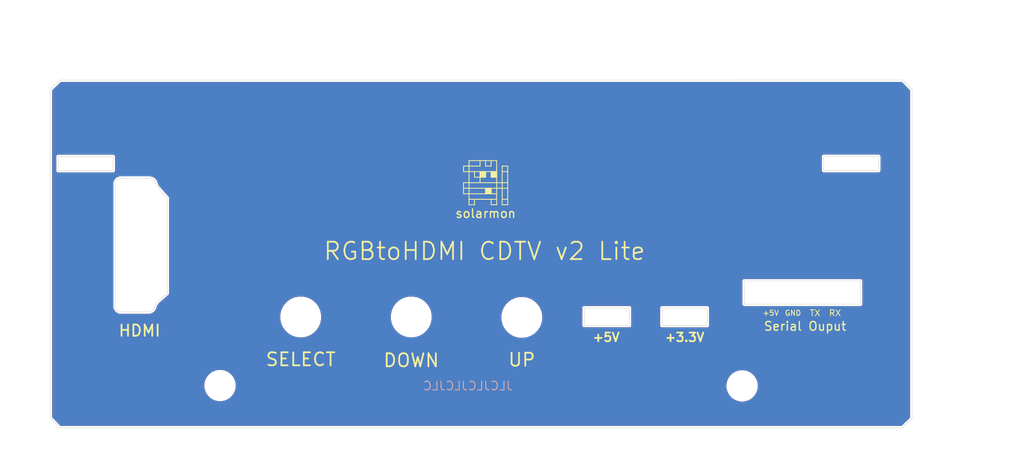
<source format=kicad_pcb>
(kicad_pcb (version 20211014) (generator pcbnew)
  (title_block (title "RGBtoHDMI CDTV Video Slot v2 - Face Plate") (date "2021-12-13") (rev "1"))
  (layers (0 "F.Cu" signal) (31 "B.Cu" signal) (34 "B.Paste" user) (35 "F.Paste" user) (36 "B.SilkS" user "B.Silkscreen") (37 "F.SilkS" user "F.Silkscreen") (38 "B.Mask" user) (39 "F.Mask" user) (44 "Edge.Cuts" user))
  (net 0 "")
  (footprint "MountingHole:MountingHole_3.2mm_M3" (layer "F.Cu") (at 149.479 95.1738)
    (fp_text reference "REF**" hide)
    (fp_text value "MountingHole_3.2mm_M3")
    (pad "" np_thru_hole circle locked (at 0 0) (size 3.2 3.2) (drill 3.2) (layers *.Cu *.Mask))
  )
  (footprint "MountingHole:MountingHole_3.2mm_M3" (layer "F.Cu") (at 89.5096 95.1357)
    (fp_text reference "REF**" hide)
    (fp_text value "MountingHole_3.2mm_M3")
    (pad "" np_thru_hole circle locked (at 0 0) (size 3.2 3.2) (drill 3.2) (layers *.Cu *.Mask))
  )
  (footprint "MountingHole:MountingHole_4.3mm_M4" (layer "F.Cu") (at 98.774 87.249)
    (fp_text reference "SELECT" (at 0 4.8768) (layer "F.SilkS") (effects (font (size 1.5 1.5) (thickness 0.2))))
    (fp_text value "MountingHole_4.3mm_M4")
    (pad "" np_thru_hole circle locked (at 0 0) (size 4.3 4.3) (drill 4.3) (layers *.Cu *.Mask))
  )
  (footprint "MountingHole:MountingHole_4.3mm_M4" (layer "F.Cu") (at 111.474 87.2998)
    (fp_text reference "DOWN" (at 0 4.9403) (layer "F.SilkS") (effects (font (size 1.5 1.5) (thickness 0.2))))
    (fp_text value "MountingHole_4.3mm_M4")
    (pad "" np_thru_hole circle locked (at 0 -0.0508) (size 4.3 4.3) (drill 4.3) (layers *.Cu *.Mask))
  )
  (footprint "MountingHole:MountingHole_4.3mm_M4" (layer "F.Cu") (at 124.174 87.2998)
    (fp_text reference "UP" (at 0 4.8768) (layer "F.SilkS") (effects (font (size 1.5 1.5) (thickness 0.2))))
    (fp_text value "MountingHole_4.3mm_M4")
    (pad "" np_thru_hole circle locked (at 0 0) (size 4.3 4.3) (drill 4.3) (layers *.Cu *.Mask))
  )
  (footprint "solarmon_library:solarmon-logo-25mils" (layer "F.Cu") (at 120.015 72.4408)
    (fp_text reference "solarmon" (at 0 2.9083) (layer "F.SilkS"))
    (fp_text value "solarmon-logo-25mils")
    (fp_poly (pts (xy 2.54 -1.905) (xy 1.905 -1.905) (xy 1.905 -2.54) (xy 2.54 -2.54)) (layer "F.Cu") (width 0.1) (fill solid))
    (fp_poly (pts (xy 0.635 -1.905) (xy 0 -1.905) (xy 0 -2.54) (xy 0.635 -2.54)) (layer "F.Cu") (width 0.1) (fill solid))
    (fp_poly (pts (xy 1.27 -1.905) (xy 0.635 -1.905) (xy 0.635 -2.54) (xy 1.27 -2.54)) (layer "F.Cu") (width 0.1) (fill solid))
    (fp_poly (pts (xy 0 -2.54) (xy -0.635 -2.54) (xy -0.635 -3.175) (xy 0 -3.175)) (layer "F.Cu") (width 0.1) (fill solid))
    (fp_poly (pts (xy -1.27 0.635) (xy -1.905 0.635) (xy -1.905 0) (xy -1.27 0)) (layer "F.Cu") (width 0.1) (fill solid))
    (fp_poly (pts (xy -1.27 -1.905) (xy -1.905 -1.905) (xy -1.905 -2.54) (xy -1.27 -2.54)) (layer "F.Cu") (width 0.1) (fill solid))
    (fp_poly (pts (xy 1.27 1.905) (xy 0.635 1.905) (xy 0.635 1.27) (xy 1.27 1.27)) (layer "F.Cu") (width 0.1) (fill solid))
    (fp_poly (pts (xy -0.635 -1.905) (xy -1.27 -1.905) (xy -1.27 -2.54) (xy -0.635 -2.54)) (layer "F.Cu") (width 0.1) (fill solid))
    (fp_poly (pts (xy 1.27 0.635) (xy 0.635 0.635) (xy 0.635 0) (xy 1.27 0)) (layer "F.Cu") (width 0.1) (fill solid))
    (fp_poly (pts (xy 2.54 1.905) (xy 1.905 1.905) (xy 1.905 1.27) (xy 2.54 1.27)) (layer "F.Cu") (width 0.1) (fill solid))
    (fp_poly (pts (xy -1.27 1.905) (xy -1.905 1.905) (xy -1.905 1.27) (xy -1.27 1.27)) (layer "F.Cu") (width 0.1) (fill solid))
    (fp_poly (pts (xy 1.27 -2.54) (xy 0.635 -2.54) (xy 0.635 -3.175) (xy 1.27 -3.175)) (layer "F.Cu") (width 0.1) (fill solid))
    (fp_poly (pts (xy 0 0.635) (xy -0.635 0.635) (xy -0.635 0) (xy 0 0)) (layer "F.Cu") (width 0.1) (fill solid))
    (fp_poly (pts (xy 0 -1.905) (xy -0.635 -1.905) (xy -0.635 -2.54) (xy 0 -2.54)) (layer "F.Cu") (width 0.1) (fill solid))
    (fp_poly (pts (xy -0.635 0.635) (xy -1.27 0.635) (xy -1.27 0) (xy -0.635 0)) (layer "F.Cu") (width 0.1) (fill solid))
    (fp_line (start 0.635 -3.175) (end 0.635 -2.54) (layer "F.SilkS") (width 0.1))
    (fp_line (start -1.27 1.27) (end -1.27 1.905) (layer "F.SilkS") (width 0.1))
    (fp_line (start -1.27 -1.905) (end -1.27 -1.27) (layer "F.SilkS") (width 0.1))
    (fp_line (start 0 -1.905) (end 0 -1.27) (layer "F.SilkS") (width 0.1))
    (fp_line (start 1.905 -1.905) (end 2.54 -1.905) (layer "F.SilkS") (width 0.1))
    (fp_line (start 1.27 -1.905) (end -2.54 -1.905) (layer "F.SilkS") (width 0.1))
    (fp_line (start 1.905 -2.54) (end 1.905 1.905) (layer "F.SilkS") (width 0.1))
    (fp_line (start 2.54 -2.54) (end 2.54 1.905) (layer "F.SilkS") (width 0.1))
    (fp_line (start -0.635 -1.905) (end -0.635 -0.635) (layer "F.SilkS") (width 0.1))
    (fp_line (start 0 -3.175) (end 0 -2.54) (layer "F.SilkS") (width 0.1))
    (fp_line (start 0.635 -1.905) (end 0.635 -1.27) (layer "F.SilkS") (width 0.1))
    (fp_line (start 0.635 -1.27) (end 1.27 -1.27) (layer "F.SilkS") (width 0.1))
    (fp_line (start -1.905 -3.175) (end 1.27 -3.175) (layer "F.SilkS") (width 0.1))
    (fp_line (start -1.905 -3.175) (end -1.905 1.905) (layer "F.SilkS") (width 0.1))
    (fp_line (start -2.54 0) (end 2.54 0) (layer "F.SilkS") (width 0.1))
    (fp_line (start 1.905 1.27) (end 2.54 1.27) (layer "F.SilkS") (width 0.1))
    (fp_line (start -2.54 -2.54) (end -0.635 -2.54) (layer "F.SilkS") (width 0.1))
    (fp_line (start 0.635 0) (end 0.635 0.635) (layer "F.SilkS") (width 0.1))
    (fp_line (start 1.27 -3.175) (end 1.27 1.905) (layer "F.SilkS") (width 0.1))
    (fp_line (start 0.635 1.905) (end 1.27 1.905) (layer "F.SilkS") (width 0.1))
    (fp_line (start -1.905 1.27) (end 1.27 1.27) (layer "F.SilkS") (width 0.1))
    (fp_line (start -0.635 -3.175) (end -0.635 -2.54) (layer "F.SilkS") (width 0.1))
    (fp_line (start 1.905 -2.54) (end 2.54 -2.54) (layer "F.SilkS") (width 0.1))
    (fp_line (start 0.635 1.27) (end 0.635 1.905) (layer "F.SilkS") (width 0.1))
    (fp_line (start -1.905 1.905) (end -1.27 1.905) (layer "F.SilkS") (width 0.1))
    (fp_line (start 0 0) (end 0 0.635) (layer "F.SilkS") (width 0.1))
    (fp_line (start -2.54 0.635) (end 1.27 0.635) (layer "F.SilkS") (width 0.1))
    (fp_line (start 0 -2.54) (end 0.635 -2.54) (layer "F.SilkS") (width 0.1))
    (fp_line (start 1.905 1.905) (end 2.54 1.905) (layer "F.SilkS") (width 0.1))
    (fp_line (start -2.54 -0.635) (end 2.54 -0.635) (layer "F.SilkS") (width 0.1))
    (fp_line (start -2.54 -1.905) (end -2.54 -2.54) (layer "F.SilkS") (width 0.1))
    (fp_line (start -1.27 -1.27) (end 0 -1.27) (layer "F.SilkS") (width 0.1))
    (fp_line (start -2.54 0.635) (end -2.54 -0.635) (layer "F.SilkS") (width 0.1))
    (fp_poly (pts (xy 0 -1.27) (xy -0.635 -1.27) (xy -0.635 -1.905) (xy 0 -1.905)) (layer "F.SilkS") (width 0.1) (fill solid))
    (fp_poly (pts (xy 1.27 -1.27) (xy 0.635 -1.27) (xy 0.635 -1.905) (xy 1.27 -1.905)) (layer "F.SilkS") (width 0.1) (fill solid))
    (fp_poly (pts (xy 0.635 0.635) (xy 0 0.635) (xy 0 0) (xy 0.635 0)) (layer "F.SilkS") (width 0.1) (fill solid))
  )
  (gr_line (start 71.12 60.0075) (end 167.9194 59.9948) (layer "Edge.Cuts") (width 0.05))
  (gr_line (start 71.0819 99.9998) (end 167.8813 99.9998) (layer "Edge.Cuts") (width 0.05))
  (gr_line (start 168.9989 61.1124) (end 168.9989 98.9203) (layer "Edge.Cuts") (width 0.05))
  (gr_line (start 168.9989 61.1124) (end 167.9194 59.9948) (layer "Edge.Cuts") (width 0.05))
  (gr_line (start 168.9989 98.9203) (end 167.8813 99.9998) (layer "Edge.Cuts") (width 0.05))
  (gr_line (start 70.0024 98.8822) (end 71.0819 99.9998) (layer "Edge.Cuts") (width 0.05))
  (gr_line (start 77.216 68.8086) (end 70.9168 68.8086) (layer "Edge.Cuts") (width 0.05))
  (gr_line (start 165.1508 68.7959) (end 158.8516 68.7959) (layer "Edge.Cuts") (width 0.05))
  (gr_line (start 136.525 86.2076) (end 131.3434 86.2076) (layer "Edge.Cuts") (width 0.05))
  (gr_line (start 140.2842 86.2203) (end 140.2842 88.2269) (layer "Edge.Cuts") (width 0.05))
  (gr_line (start 140.2842 88.2269) (end 145.4658 88.2269) (layer "Edge.Cuts") (width 0.05))
  (gr_line (start 145.4658 88.2269) (end 145.4658 86.2203) (layer "Edge.Cuts") (width 0.05))
  (gr_line (start 145.4658 86.2203) (end 140.2842 86.2203) (layer "Edge.Cuts") (width 0.05))
  (gr_line (start 149.733 83.1088) (end 149.733 85.7758) (layer "Edge.Cuts") (width 0.05))
  (gr_line (start 163.068 83.1088) (end 149.733 83.1088) (layer "Edge.Cuts") (width 0.05))
  (gr_line (start 163.068 85.7758) (end 149.733 85.7758) (layer "Edge.Cuts") (width 0.05))
  (gr_line (start 163.068 83.1088) (end 163.068 85.7758) (layer "Edge.Cuts") (width 0.05))
  (gr_line (start 77.47 86.0298) (end 77.47 71.9328) (layer "Edge.Cuts") (width 0.05))
  (gr_line (start 81.407 71.2978) (end 78.105 71.2978) (layer "Edge.Cuts") (width 0.05))
  (gr_line (start 81.28 86.6648) (end 78.105 86.6648) (layer "Edge.Cuts") (width 0.05))
  (gr_line (start 83.439 84.5058) (end 83.439 73.5838) (layer "Edge.Cuts") (width 0.05))
  (gr_line (start 83.439 84.5058) (end 82.299682 85.526351) (layer "Edge.Cuts") (width 0.05))
  (gr_line (start 82.042 71.657331) (end 82.198981 72.0598) (layer "Edge.Cuts") (width 0.05))
  (gr_line (start 82.426682 72.436249) (end 83.439 73.5838) (layer "Edge.Cuts") (width 0.05))
  (gr_arc (start 78.105 86.6648) (mid 77.655987 86.478813) (end 77.47 86.0298) (layer "Edge.Cuts") (width 0.05))
  (gr_arc (start 81.407 71.2978) (mid 81.771859 71.393921) (end 82.042 71.657331) (layer "Edge.Cuts") (width 0.05))
  (gr_arc (start 82.426682 72.436249) (mid 82.279883 72.267954) (end 82.198981 72.0598) (layer "Edge.Cuts") (width 0.05))
  (gr_arc (start 82.071981 85.9028) (mid 82.152882 85.694646) (end 82.299682 85.526351) (layer "Edge.Cuts") (width 0.05))
  (gr_arc (start 81.915 86.305269) (mid 81.644859 86.568679) (end 81.28 86.6648) (layer "Edge.Cuts") (width 0.05))
  (gr_line (start 81.915 86.305269) (end 82.071981 85.9028) (layer "Edge.Cuts") (width 0.05))
  (gr_line (start 70.9168 68.8086) (end 70.9168 70.4088) (layer "Edge.Cuts") (width 0.05))
  (gr_line (start 70.0024 61.087) (end 71.12 60.0075) (layer "Edge.Cuts") (width 0.05))
  (gr_line (start 158.8516 68.7959) (end 158.8516 70.3961) (layer "Edge.Cuts") (width 0.05))
  (gr_arc (start 77.47 71.9328) (mid 77.655987 71.483787) (end 78.105 71.2978) (layer "Edge.Cuts") (width 0.05))
  (gr_line (start 70.9168 70.4088) (end 77.216 70.4088) (layer "Edge.Cuts") (width 0.05))
  (gr_line (start 70.0024 61.087) (end 70.0024 98.8822) (layer "Edge.Cuts") (width 0.05))
  (gr_line (start 136.525 88.2142) (end 136.525 86.2076) (layer "Edge.Cuts") (width 0.05))
  (gr_line (start 77.216 70.4088) (end 77.216 68.8086) (layer "Edge.Cuts") (width 0.05))
  (gr_line (start 165.1508 70.3961) (end 165.1508 68.7959) (layer "Edge.Cuts") (width 0.05))
  (gr_line (start 131.3434 88.2142) (end 136.525 88.2142) (layer "Edge.Cuts") (width 0.05))
  (gr_line (start 131.3434 86.2076) (end 131.3434 88.2142) (layer "Edge.Cuts") (width 0.05))
  (gr_line (start 158.8516 70.3961) (end 165.1508 70.3961) (layer "Edge.Cuts") (width 0.05))
  (gr_text "JLCJLCJLCJLC" (at 117.983 95.1738) (layer "B.SilkS") (effects (font (size 1 1) (thickness 0.1)) (justify mirror)))
  (gr_text "+5V" (at 133.858 89.5858) (layer "F.SilkS") (effects (font (size 1 1) (thickness 0.2))))
  (gr_text "+3.3V" (at 142.875 89.5858) (layer "F.SilkS") (effects (font (size 1 1) (thickness 0.2))))
  (gr_text "Serial Ouput" (at 156.718 88.3158) (layer "F.SilkS") (effects (font (size 1 1))))
  (gr_text "RX" (at 160.147 86.7918) (layer "F.SilkS") (effects (font (size 0.7 0.7) (thickness 0.1))))
  (gr_text "TX" (at 157.861 86.7918) (layer "F.SilkS") (effects (font (size 0.7 0.7) (thickness 0.1))))
  (gr_text "GND" (at 155.321 86.7918) (layer "F.SilkS") (effects (font (size 0.6 0.6) (thickness 0.1))))
  (gr_text "+5V" (at 152.781 86.7918) (layer "F.SilkS") (effects (font (size 0.6 0.6) (thickness 0.1))))
  (gr_text "HDMI" (at 80.264 88.8238) (layer "F.SilkS") (effects (font (size 1.3 1.3) (thickness 0.2))))
  (gr_text "RGBtoHDMI CDTV v2 Lite" (at 119.888 79.6798) (layer "F.SilkS") (effects (font (size 2 2) (thickness 0.2))))
  (zone (net 0) (net_name "") (layer "F.Cu") (connect_pads (clearance 0.2)) (min_thickness 0.2) (fill yes (thermal_gap 0.2) (thermal_bridge_width 0.508) (smoothing fillet) (radius 0.5))
    (polygon (pts (xy 179.705 102.87) (xy 66.675 102.235) (xy 66.675 53.34) (xy 179.705 53.34)))
  )
  (zone (net 0) (net_name "") (layer "F.Cu") (connect_pads (clearance 0)) (min_thickness 0.254)
    (keepout (tracks not_allowed) (vias not_allowed) (pads allowed) (copperpour not_allowed) (footprints allowed))
    (fill (thermal_gap 0.254) (thermal_bridge_width 0.508))
    (polygon (pts (xy 123.698 76.3778) (xy 116.332 76.3778) (xy 116.332 68.6308) (xy 123.698 68.6308)))
  )
  (zone (net 0) (net_name "") (layer "B.Cu") (connect_pads (clearance 0.2)) (min_thickness 0.2) (fill yes (thermal_gap 0.2) (thermal_bridge_width 0.508) (smoothing fillet) (radius 0.5))
    (polygon (pts (xy 181.879226 105.0925) (xy 64.500775 104.4575) (xy 64.231549 50.8) (xy 181.61 50.8)))
  )
)
</source>
